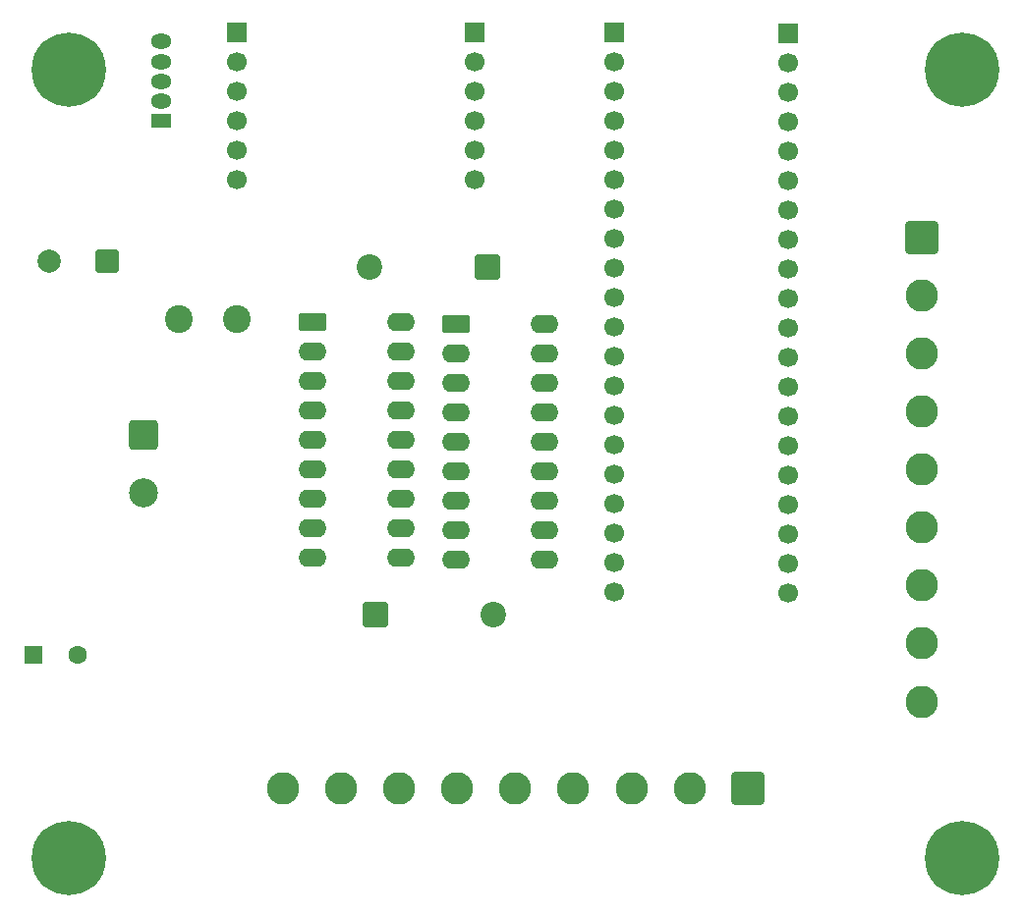
<source format=gbr>
%TF.GenerationSoftware,KiCad,Pcbnew,9.0.4-1.fc42*%
%TF.CreationDate,2025-10-01T21:15:54+08:00*%
%TF.ProjectId,lan_outlet,6c616e5f-6f75-4746-9c65-742e6b696361,rev?*%
%TF.SameCoordinates,Original*%
%TF.FileFunction,Soldermask,Bot*%
%TF.FilePolarity,Negative*%
%FSLAX46Y46*%
G04 Gerber Fmt 4.6, Leading zero omitted, Abs format (unit mm)*
G04 Created by KiCad (PCBNEW 9.0.4-1.fc42) date 2025-10-01 21:15:54*
%MOMM*%
%LPD*%
G01*
G04 APERTURE LIST*
G04 Aperture macros list*
%AMRoundRect*
0 Rectangle with rounded corners*
0 $1 Rounding radius*
0 $2 $3 $4 $5 $6 $7 $8 $9 X,Y pos of 4 corners*
0 Add a 4 corners polygon primitive as box body*
4,1,4,$2,$3,$4,$5,$6,$7,$8,$9,$2,$3,0*
0 Add four circle primitives for the rounded corners*
1,1,$1+$1,$2,$3*
1,1,$1+$1,$4,$5*
1,1,$1+$1,$6,$7*
1,1,$1+$1,$8,$9*
0 Add four rect primitives between the rounded corners*
20,1,$1+$1,$2,$3,$4,$5,0*
20,1,$1+$1,$4,$5,$6,$7,0*
20,1,$1+$1,$6,$7,$8,$9,0*
20,1,$1+$1,$8,$9,$2,$3,0*%
G04 Aperture macros list end*
%ADD10C,6.400000*%
%ADD11R,1.700000X1.700000*%
%ADD12C,1.700000*%
%ADD13RoundRect,0.250000X-0.950000X-0.550000X0.950000X-0.550000X0.950000X0.550000X-0.950000X0.550000X0*%
%ADD14O,2.400000X1.600000*%
%ADD15R,1.800000X1.275000*%
%ADD16O,1.800000X1.275000*%
%ADD17C,2.400000*%
%ADD18RoundRect,0.250001X1.149999X1.149999X-1.149999X1.149999X-1.149999X-1.149999X1.149999X-1.149999X0*%
%ADD19C,2.800000*%
%ADD20RoundRect,0.250001X-1.149999X1.149999X-1.149999X-1.149999X1.149999X-1.149999X1.149999X1.149999X0*%
%ADD21RoundRect,0.250000X-1.000000X1.000000X-1.000000X-1.000000X1.000000X-1.000000X1.000000X1.000000X0*%
%ADD22C,2.500000*%
%ADD23RoundRect,0.249999X-0.850001X-0.850001X0.850001X-0.850001X0.850001X0.850001X-0.850001X0.850001X0*%
%ADD24C,2.200000*%
%ADD25RoundRect,0.249999X0.850001X0.850001X-0.850001X0.850001X-0.850001X-0.850001X0.850001X-0.850001X0*%
%ADD26RoundRect,0.250000X-0.550000X-0.550000X0.550000X-0.550000X0.550000X0.550000X-0.550000X0.550000X0*%
%ADD27C,1.600000*%
%ADD28RoundRect,0.250000X0.750000X0.750000X-0.750000X0.750000X-0.750000X-0.750000X0.750000X-0.750000X0*%
%ADD29C,2.000000*%
G04 APERTURE END LIST*
D10*
%TO.C,H4*%
X177500000Y-131500000D03*
%TD*%
%TO.C,H3*%
X100500000Y-131500000D03*
%TD*%
%TO.C,H2*%
X177500000Y-63500000D03*
%TD*%
%TO.C,H1*%
X100500000Y-63500000D03*
%TD*%
D11*
%TO.C,W5500_right1*%
X135500000Y-60300000D03*
D12*
X135500000Y-62840000D03*
X135500000Y-65380000D03*
X135500000Y-67920000D03*
X135500000Y-70460000D03*
X135500000Y-73000000D03*
%TD*%
D11*
%TO.C,W5500_left1*%
X115000000Y-60260000D03*
D12*
X115000000Y-62800000D03*
X115000000Y-65340000D03*
X115000000Y-67880000D03*
X115000000Y-70420000D03*
X115000000Y-72960000D03*
%TD*%
D13*
%TO.C,U3*%
X121500000Y-85260000D03*
D14*
X121500000Y-87800000D03*
X121500000Y-90340000D03*
X121500000Y-92880000D03*
X121500000Y-95420000D03*
X121500000Y-97960000D03*
X121500000Y-100500000D03*
X121500000Y-103040000D03*
X121500000Y-105580000D03*
X129120000Y-105580000D03*
X129120000Y-103040000D03*
X129120000Y-100500000D03*
X129120000Y-97960000D03*
X129120000Y-95420000D03*
X129120000Y-92880000D03*
X129120000Y-90340000D03*
X129120000Y-87800000D03*
X129120000Y-85260000D03*
%TD*%
D13*
%TO.C,U2*%
X133880000Y-85420000D03*
D14*
X133880000Y-87960000D03*
X133880000Y-90500000D03*
X133880000Y-93040000D03*
X133880000Y-95580000D03*
X133880000Y-98120000D03*
X133880000Y-100660000D03*
X133880000Y-103200000D03*
X133880000Y-105740000D03*
X141500000Y-105740000D03*
X141500000Y-103200000D03*
X141500000Y-100660000D03*
X141500000Y-98120000D03*
X141500000Y-95580000D03*
X141500000Y-93040000D03*
X141500000Y-90500000D03*
X141500000Y-87960000D03*
X141500000Y-85420000D03*
%TD*%
D15*
%TO.C,U1*%
X108450000Y-67900000D03*
D16*
X108450000Y-66200000D03*
X108450000Y-64500000D03*
X108450000Y-62800000D03*
X108450000Y-61100000D03*
%TD*%
D17*
%TO.C,L1*%
X110000000Y-85000000D03*
X115000000Y-85000000D03*
%TD*%
D18*
%TO.C,J3*%
X159000000Y-125500000D03*
D19*
X154000000Y-125500000D03*
X149000000Y-125500000D03*
X144000000Y-125500000D03*
X139000000Y-125500000D03*
X134000000Y-125500000D03*
X129000000Y-125500000D03*
X124000000Y-125500000D03*
X119000000Y-125500000D03*
%TD*%
D20*
%TO.C,J2*%
X174000000Y-78000000D03*
D19*
X174000000Y-83000000D03*
X174000000Y-88000000D03*
X174000000Y-93000000D03*
X174000000Y-98000000D03*
X174000000Y-103000000D03*
X174000000Y-108000000D03*
X174000000Y-113000000D03*
X174000000Y-118000000D03*
%TD*%
D21*
%TO.C,J1*%
X107000000Y-95000000D03*
D22*
X107000000Y-100000000D03*
%TD*%
D23*
%TO.C,D2*%
X126920000Y-110500000D03*
D24*
X137080000Y-110500000D03*
%TD*%
D25*
%TO.C,D1*%
X136580000Y-80500000D03*
D24*
X126420000Y-80500000D03*
%TD*%
D26*
%TO.C,C6*%
X97500000Y-114000000D03*
D27*
X101300000Y-114000000D03*
%TD*%
D28*
%TO.C,C2*%
X103867677Y-80000000D03*
D29*
X98867677Y-80000000D03*
%TD*%
D11*
%TO.C,Black_pill_right1*%
X162500000Y-60420000D03*
D12*
X162500000Y-62960000D03*
X162500000Y-65500000D03*
X162500000Y-68040000D03*
X162500000Y-70580000D03*
X162500000Y-73120000D03*
X162500000Y-75660000D03*
X162500000Y-78200000D03*
X162500000Y-80740000D03*
X162500000Y-83280000D03*
X162500000Y-85820000D03*
X162500000Y-88360000D03*
X162500000Y-90900000D03*
X162500000Y-93440000D03*
X162500000Y-95980000D03*
X162500000Y-98520000D03*
X162500000Y-101060000D03*
X162500000Y-103600000D03*
X162500000Y-106140000D03*
X162500000Y-108680000D03*
%TD*%
D11*
%TO.C,Black_pill_left1*%
X147500000Y-60340000D03*
D12*
X147500000Y-62880000D03*
X147500000Y-65420000D03*
X147500000Y-67960000D03*
X147500000Y-70500000D03*
X147500000Y-73040000D03*
X147500000Y-75580000D03*
X147500000Y-78120000D03*
X147500000Y-80660000D03*
X147500000Y-83200000D03*
X147500000Y-85740000D03*
X147500000Y-88280000D03*
X147500000Y-90820000D03*
X147500000Y-93360000D03*
X147500000Y-95900000D03*
X147500000Y-98440000D03*
X147500000Y-100980000D03*
X147500000Y-103520000D03*
X147500000Y-106060000D03*
X147500000Y-108600000D03*
%TD*%
M02*

</source>
